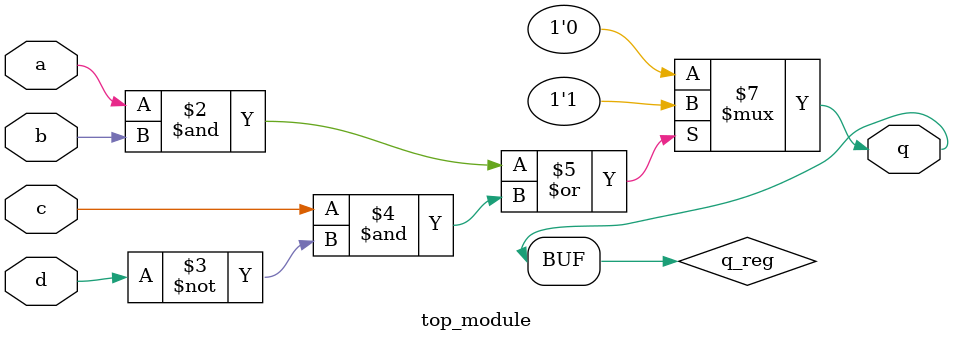
<source format=sv>
module top_module (
  input a,
  input b,
  input c,
  input d,
  output q
);

  reg q_reg;
  
  always @* begin
    if ((a & b) | (c & ~d))
      q_reg = 1'b1;
    else
      q_reg = 1'b0;
  end
  
  assign q = q_reg;
  
endmodule

</source>
